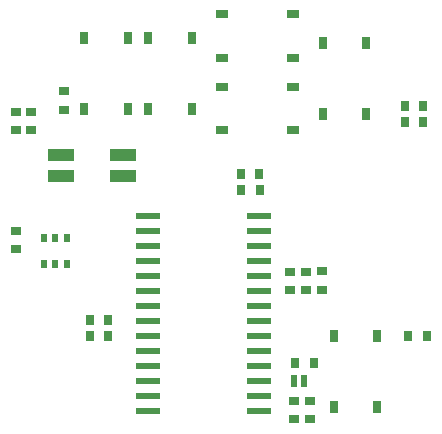
<source format=gbr>
%TF.GenerationSoftware,KiCad,Pcbnew,(5.1.8-0-10_14)*%
%TF.CreationDate,2022-01-05T18:09:54+08:00*%
%TF.ProjectId,MicroMouse,4d696372-6f4d-46f7-9573-652e6b696361,rev?*%
%TF.SameCoordinates,Original*%
%TF.FileFunction,Paste,Bot*%
%TF.FilePolarity,Positive*%
%FSLAX46Y46*%
G04 Gerber Fmt 4.6, Leading zero omitted, Abs format (unit mm)*
G04 Created by KiCad (PCBNEW (5.1.8-0-10_14)) date 2022-01-05 18:09:54*
%MOMM*%
%LPD*%
G01*
G04 APERTURE LIST*
%ADD10R,0.787000X0.864000*%
%ADD11R,0.575000X1.140000*%
%ADD12R,0.500000X0.800000*%
%ADD13R,2.000000X0.600000*%
%ADD14R,0.700000X1.000000*%
%ADD15R,1.000000X0.700000*%
%ADD16R,0.864000X0.787000*%
%ADD17R,2.200000X1.000000*%
G04 APERTURE END LIST*
D10*
X96844960Y-99926280D03*
X98394960Y-99926280D03*
D11*
X114133880Y-103733600D03*
X114958880Y-103733600D03*
D12*
X92986960Y-91594900D03*
X94886960Y-91594900D03*
X93936960Y-91594900D03*
X92986960Y-93794900D03*
X94886960Y-93794900D03*
X93936960Y-93794900D03*
D13*
X101799800Y-97386280D03*
X101799800Y-96116280D03*
X101799800Y-94846280D03*
X101799800Y-93576280D03*
X101799800Y-92306280D03*
X101799800Y-91036280D03*
X101799800Y-89766280D03*
X101799800Y-98656280D03*
X101799800Y-99926280D03*
X101799800Y-101196280D03*
X101799800Y-102466280D03*
X101799800Y-103736280D03*
X101799800Y-105006280D03*
X101799800Y-106276280D03*
X111199800Y-106276280D03*
X111199800Y-105006280D03*
X111199800Y-103736280D03*
X111199800Y-102466280D03*
X111199800Y-101196280D03*
X111199800Y-99926280D03*
X111199800Y-98656280D03*
X111199800Y-89766280D03*
X111199800Y-91036280D03*
X111199800Y-92306280D03*
X111199800Y-93576280D03*
X111199800Y-94846280D03*
X111199800Y-96116280D03*
X111199800Y-97386280D03*
D14*
X100079560Y-80731760D03*
X100079560Y-74731760D03*
X96379560Y-80731760D03*
X96379560Y-74731760D03*
X116575100Y-75140700D03*
X116575100Y-81140700D03*
X120275100Y-75140700D03*
X120275100Y-81140700D03*
D15*
X114031160Y-78807840D03*
X108031160Y-78807840D03*
X114031160Y-82507840D03*
X108031160Y-82507840D03*
D14*
X105522780Y-80686040D03*
X105522780Y-74686040D03*
X101822780Y-80686040D03*
X101822780Y-74686040D03*
D15*
X114074340Y-72683900D03*
X108074340Y-72683900D03*
X114074340Y-76383900D03*
X108074340Y-76383900D03*
D14*
X117514760Y-99953820D03*
X117514760Y-105953820D03*
X121214760Y-99953820D03*
X121214760Y-105953820D03*
D10*
X114246360Y-102229920D03*
X115796360Y-102229920D03*
X109674500Y-87564100D03*
X111224500Y-87564100D03*
X111221960Y-86228060D03*
X109671960Y-86228060D03*
D16*
X91899880Y-80944560D03*
X91899880Y-82494560D03*
X90576540Y-82497100D03*
X90576540Y-80947100D03*
D10*
X125062420Y-80454640D03*
X123512420Y-80454640D03*
X125052260Y-81795760D03*
X123502260Y-81795760D03*
D17*
X94383220Y-86404160D03*
X99683220Y-86404160D03*
X99683220Y-84604160D03*
X94383220Y-84604160D03*
D16*
X113842940Y-94482760D03*
X113842940Y-96032760D03*
X114127280Y-105407160D03*
X114127280Y-106957160D03*
X115460780Y-105397000D03*
X115460780Y-106947000D03*
X90600000Y-91045000D03*
X90600000Y-92595000D03*
X115178980Y-94472900D03*
X115178980Y-96022900D03*
D10*
X96842420Y-98585160D03*
X98392420Y-98585160D03*
X125375000Y-99930000D03*
X123825000Y-99930000D03*
D16*
X116512480Y-94462440D03*
X116512480Y-96012440D03*
X94663400Y-79207200D03*
X94663400Y-80757200D03*
M02*

</source>
